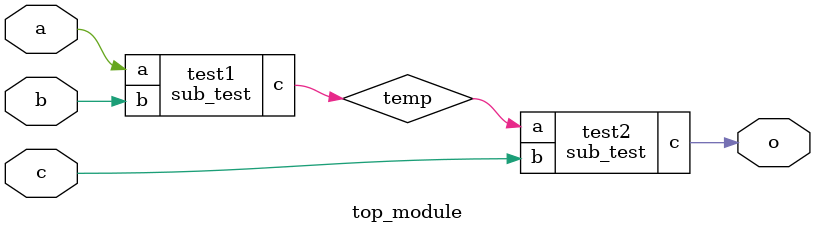
<source format=v>
module sub_test (
    input a,b,
    output c
);
   assign c=(a<b)?a:b; 
endmodule

module top_module (
    input a,b,c,
    output o
);
   wire temp;
   sub_test test1(.a(a),.b(b),.c(temp));
   sub_test test2(temp,c,o); 
endmodule
</source>
